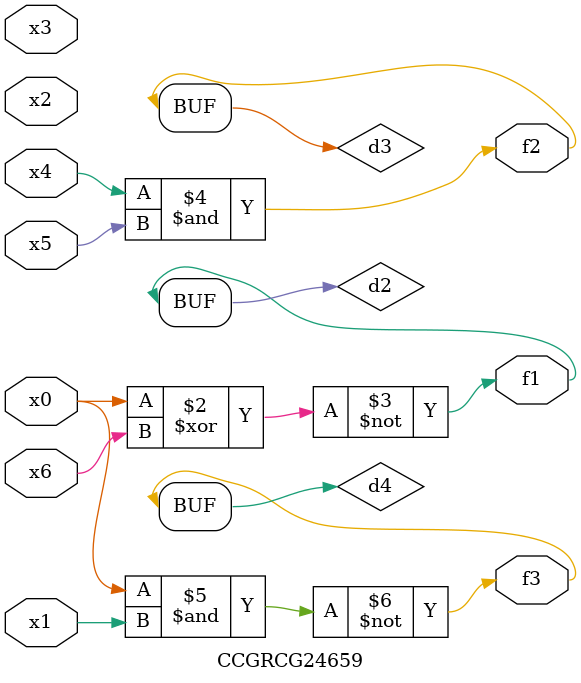
<source format=v>
module CCGRCG24659(
	input x0, x1, x2, x3, x4, x5, x6,
	output f1, f2, f3
);

	wire d1, d2, d3, d4;

	nor (d1, x0);
	xnor (d2, x0, x6);
	and (d3, x4, x5);
	nand (d4, x0, x1);
	assign f1 = d2;
	assign f2 = d3;
	assign f3 = d4;
endmodule

</source>
